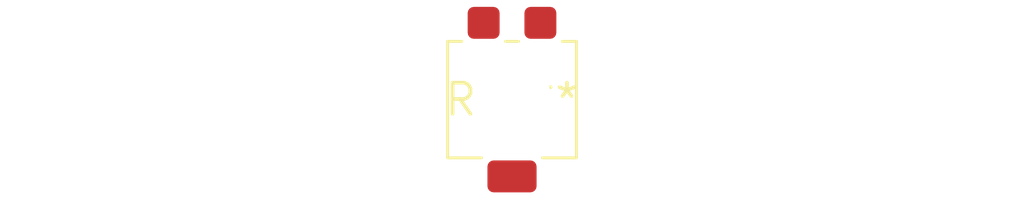
<source format=kicad_pcb>
(kicad_pcb (version 20240108) (generator pcbnew)
  (layers (0 "F.Cu" signal) (31 "B.Cu" signal) (34 "B.Paste" user) (35 "F.Paste" user) (36 "B.SilkS" user "B.Silkscreen") (37 "F.SilkS" user "F.Silkscreen") (38 "B.Mask" user) (39 "F.Mask" user) (44 "Edge.Cuts" user))
  (net 0 "")
  (footprint "Potentiometer_Bourns_3314R-GM5_Vertical" (layer "F.Cu") (at 0 0)
    (property "Reference" "REF**")
    (property "Value" "Potentiometer_Bourns_3314R-GM5_Vertical")
    (fp_line (start -2.62 -2.37) (end -2.62 2.37) (layer "F.SilkS") (stroke (width 0.12)))
    (fp_line (start -2.62 -2.37) (end -2.044 -2.37) (layer "F.SilkS") (stroke (width 0.12)))
    (fp_line (start -2.62 2.37) (end -1.24 2.37) (layer "F.SilkS") (stroke (width 0.12)))
    (fp_line (start -0.264 -2.37) (end 0.265 -2.37) (layer "F.SilkS") (stroke (width 0.12)))
    (fp_line (start 1.24 2.37) (end 2.62 2.37) (layer "F.SilkS") (stroke (width 0.12)))
    (fp_line (start 2.045 -2.37) (end 2.62 -2.37) (layer "F.SilkS") (stroke (width 0.12)))
    (fp_line (start 2.62 -2.37) (end 2.62 2.37) (layer "F.SilkS") (stroke (width 0.12)))
    (pad "" np_thru_hole circle (at 0 0) (size 3.2 3.2) (drill 3.2) (layers *.Cu *.Mask))
    (pad "1" smd roundrect (at -1.155 -3.125) (size 1.3 1.3) (layers "F.Cu" "F.Paste" "F.Mask") (roundrect_rratio 0.1923076923))
    (pad "2" smd roundrect (at 0 3.125) (size 2 1.3) (layers "F.Cu" "F.Paste" "F.Mask") (roundrect_rratio 0.1923076923))
    (pad "3" smd roundrect (at 1.155 -3.125) (size 1.3 1.3) (layers "F.Cu" "F.Paste" "F.Mask") (roundrect_rratio 0.1923076923))
  )
)
</source>
